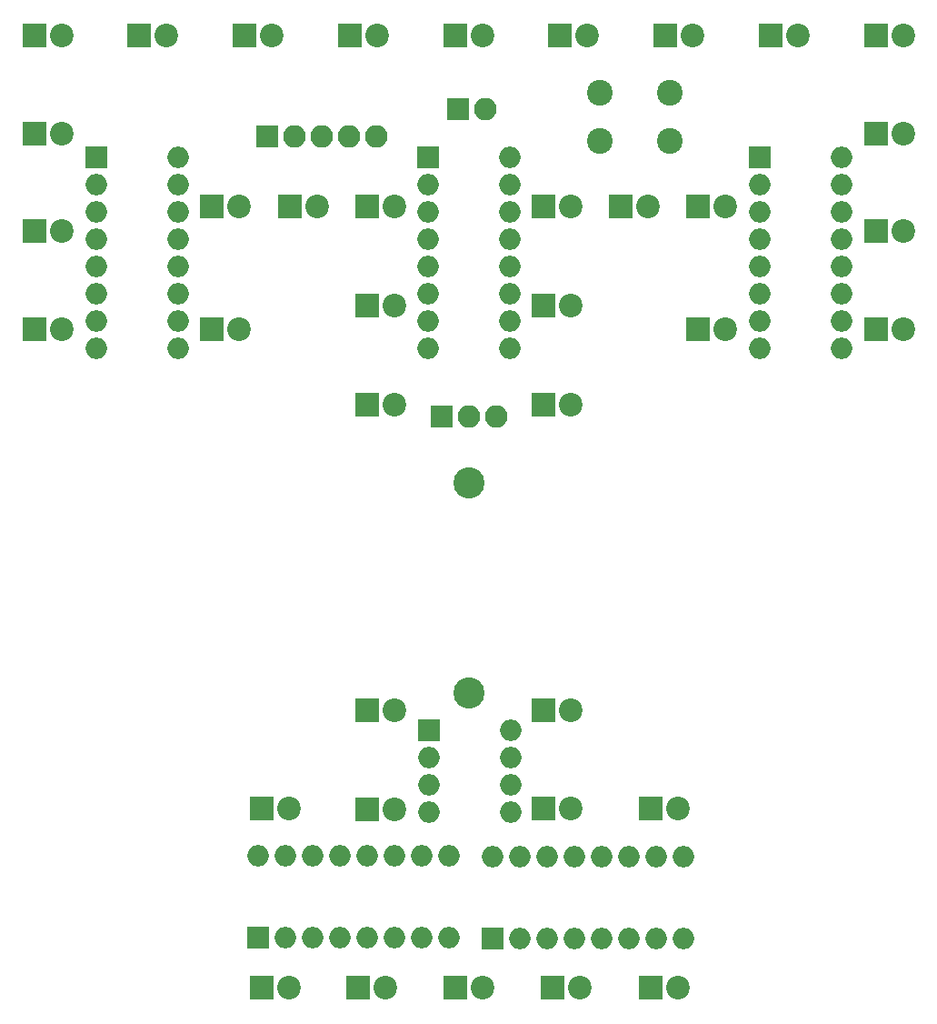
<source format=gbr>
G04 #@! TF.FileFunction,Soldermask,Bot*
%FSLAX46Y46*%
G04 Gerber Fmt 4.6, Leading zero omitted, Abs format (unit mm)*
G04 Created by KiCad (PCBNEW 4.0.7) date 08/16/18 21:35:53*
%MOMM*%
%LPD*%
G01*
G04 APERTURE LIST*
%ADD10C,0.100000*%
%ADD11R,2.200000X2.200000*%
%ADD12C,2.200000*%
%ADD13R,2.100000X2.100000*%
%ADD14O,2.100000X2.100000*%
%ADD15R,2.000000X2.000000*%
%ADD16O,2.000000X2.000000*%
%ADD17C,2.400000*%
%ADD18C,2.900000*%
G04 APERTURE END LIST*
D10*
D11*
X130683000Y-85217000D03*
D12*
X133223000Y-85217000D03*
D11*
X130683000Y-76117000D03*
D12*
X133223000Y-76117000D03*
D11*
X130683000Y-67017000D03*
D12*
X133223000Y-67017000D03*
D11*
X130683000Y-57917000D03*
D12*
X133223000Y-57917000D03*
D11*
X150283000Y-57917000D03*
D12*
X152823000Y-57917000D03*
D11*
X160083000Y-57917000D03*
D12*
X162623000Y-57917000D03*
D11*
X169883000Y-57917000D03*
D12*
X172423000Y-57917000D03*
D11*
X179683000Y-57917000D03*
D12*
X182223000Y-57917000D03*
D11*
X189483000Y-57917000D03*
D12*
X192023000Y-57917000D03*
D11*
X199283000Y-57917000D03*
D12*
X201823000Y-57917000D03*
D11*
X209083000Y-57917000D03*
D12*
X211623000Y-57917000D03*
D11*
X209083000Y-76117000D03*
D12*
X211623000Y-76117000D03*
D11*
X209083000Y-85217000D03*
D12*
X211623000Y-85217000D03*
D11*
X192557000Y-85217000D03*
D12*
X195097000Y-85217000D03*
D11*
X192557000Y-73837800D03*
D12*
X195097000Y-73837800D03*
D11*
X185369000Y-73837800D03*
D12*
X187909000Y-73837800D03*
D11*
X178156000Y-73837800D03*
D12*
X180696000Y-73837800D03*
D11*
X178156000Y-83037800D03*
D12*
X180696000Y-83037800D03*
D11*
X178156000Y-120699000D03*
D12*
X180696000Y-120699000D03*
D11*
X178156000Y-129899000D03*
D12*
X180696000Y-129899000D03*
D11*
X188156000Y-129899000D03*
D12*
X190696000Y-129899000D03*
D11*
X188150000Y-146558000D03*
D12*
X190690000Y-146558000D03*
D11*
X178950000Y-146558000D03*
D12*
X181490000Y-146558000D03*
D11*
X169926000Y-146558000D03*
D12*
X172466000Y-146558000D03*
D11*
X160902000Y-146558000D03*
D12*
X163442000Y-146558000D03*
D11*
X151877000Y-129899000D03*
D12*
X154417000Y-129899000D03*
D11*
X161734000Y-129921000D03*
D12*
X164274000Y-129921000D03*
D11*
X161734000Y-120699000D03*
D12*
X164274000Y-120699000D03*
D13*
X168656000Y-93345000D03*
D14*
X171196000Y-93345000D03*
X173736000Y-93345000D03*
D15*
X167450000Y-122618000D03*
D16*
X175070000Y-130238000D03*
X167450000Y-125158000D03*
X175070000Y-127698000D03*
X167450000Y-127698000D03*
X175070000Y-125158000D03*
X167450000Y-130238000D03*
X175070000Y-122618000D03*
D11*
X140483000Y-57917000D03*
D12*
X143023000Y-57917000D03*
D11*
X209083000Y-67017000D03*
D12*
X211623000Y-67017000D03*
D11*
X178156000Y-92237800D03*
D12*
X180696000Y-92237800D03*
D11*
X151877000Y-146558000D03*
D12*
X154417000Y-146558000D03*
D11*
X161734000Y-92237800D03*
D12*
X164274000Y-92237800D03*
D11*
X161734000Y-83037800D03*
D12*
X164274000Y-83037800D03*
D11*
X161734000Y-73837800D03*
D12*
X164274000Y-73837800D03*
D11*
X154496000Y-73850500D03*
D12*
X157036000Y-73850500D03*
D11*
X147256000Y-73850500D03*
D12*
X149796000Y-73850500D03*
D11*
X147256000Y-85217000D03*
D12*
X149796000Y-85217000D03*
D17*
X183388000Y-67746000D03*
X183388000Y-63246000D03*
X189888000Y-67746000D03*
X189888000Y-63246000D03*
D18*
X171196000Y-99569000D03*
X171196000Y-119069000D03*
D13*
X152400000Y-67310000D03*
D14*
X154940000Y-67310000D03*
X157480000Y-67310000D03*
X160020000Y-67310000D03*
X162560000Y-67310000D03*
D13*
X170180000Y-64770000D03*
D14*
X172720000Y-64770000D03*
D15*
X198298000Y-69215000D03*
D16*
X205918000Y-86995000D03*
X198298000Y-71755000D03*
X205918000Y-84455000D03*
X198298000Y-74295000D03*
X205918000Y-81915000D03*
X198298000Y-76835000D03*
X205918000Y-79375000D03*
X198298000Y-79375000D03*
X205918000Y-76835000D03*
X198298000Y-81915000D03*
X205918000Y-74295000D03*
X198298000Y-84455000D03*
X205918000Y-71755000D03*
X198298000Y-86995000D03*
X205918000Y-69215000D03*
D15*
X167373000Y-69215000D03*
D16*
X174993000Y-86995000D03*
X167373000Y-71755000D03*
X174993000Y-84455000D03*
X167373000Y-74295000D03*
X174993000Y-81915000D03*
X167373000Y-76835000D03*
X174993000Y-79375000D03*
X167373000Y-79375000D03*
X174993000Y-76835000D03*
X167373000Y-81915000D03*
X174993000Y-74295000D03*
X167373000Y-84455000D03*
X174993000Y-71755000D03*
X167373000Y-86995000D03*
X174993000Y-69215000D03*
D15*
X136449000Y-69215000D03*
D16*
X144069000Y-86995000D03*
X136449000Y-71755000D03*
X144069000Y-84455000D03*
X136449000Y-74295000D03*
X144069000Y-81915000D03*
X136449000Y-76835000D03*
X144069000Y-79375000D03*
X136449000Y-79375000D03*
X144069000Y-76835000D03*
X136449000Y-81915000D03*
X144069000Y-74295000D03*
X136449000Y-84455000D03*
X144069000Y-71755000D03*
X136449000Y-86995000D03*
X144069000Y-69215000D03*
D15*
X173418000Y-142002000D03*
D16*
X191198000Y-134382000D03*
X175958000Y-142002000D03*
X188658000Y-134382000D03*
X178498000Y-142002000D03*
X186118000Y-134382000D03*
X181038000Y-142002000D03*
X183578000Y-134382000D03*
X183578000Y-142002000D03*
X181038000Y-134382000D03*
X186118000Y-142002000D03*
X178498000Y-134382000D03*
X188658000Y-142002000D03*
X175958000Y-134382000D03*
X191198000Y-142002000D03*
X173418000Y-134382000D03*
D15*
X151511000Y-141922000D03*
D16*
X169291000Y-134302000D03*
X154051000Y-141922000D03*
X166751000Y-134302000D03*
X156591000Y-141922000D03*
X164211000Y-134302000D03*
X159131000Y-141922000D03*
X161671000Y-134302000D03*
X161671000Y-141922000D03*
X159131000Y-134302000D03*
X164211000Y-141922000D03*
X156591000Y-134302000D03*
X166751000Y-141922000D03*
X154051000Y-134302000D03*
X169291000Y-141922000D03*
X151511000Y-134302000D03*
M02*

</source>
